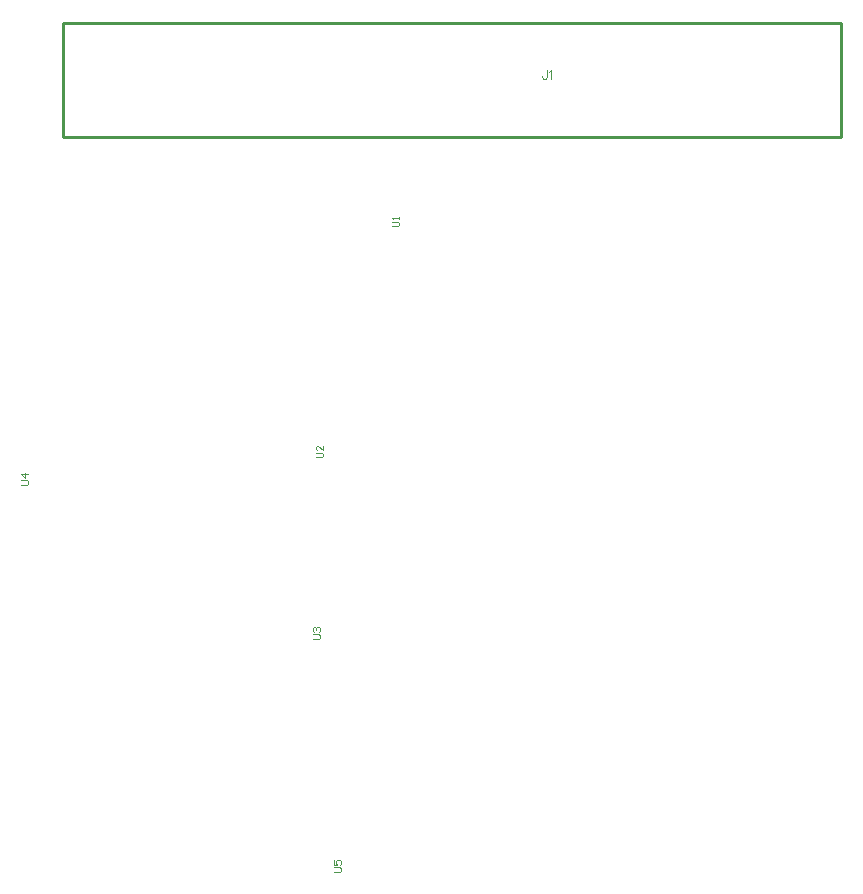
<source format=gm1>
G04 Layer_Color=16711935*
%FSLAX42Y42*%
%MOMM*%
G71*
G01*
G75*
%ADD30C,0.25*%
%ADD78C,0.10*%
%ADD79C,0.08*%
D30*
X1264Y8234D02*
Y9202D01*
Y8234D02*
X7856D01*
Y9202D01*
X1264D02*
X7856D01*
D78*
X4050Y7480D02*
X4100D01*
X4110Y7490D01*
Y7510D01*
X4100Y7520D01*
X4050D01*
X4110Y7540D02*
Y7560D01*
Y7550D01*
X4050D01*
X4060Y7540D01*
X3410Y5524D02*
X3460D01*
X3470Y5534D01*
Y5554D01*
X3460Y5564D01*
X3410D01*
X3470Y5624D02*
Y5584D01*
X3430Y5624D01*
X3420D01*
X3410Y5614D01*
Y5594D01*
X3420Y5584D01*
X3382Y3985D02*
X3432D01*
X3442Y3995D01*
Y4015D01*
X3432Y4025D01*
X3382D01*
X3392Y4045D02*
X3382Y4055D01*
Y4075D01*
X3392Y4085D01*
X3402D01*
X3412Y4075D01*
Y4065D01*
Y4075D01*
X3422Y4085D01*
X3432D01*
X3442Y4075D01*
Y4055D01*
X3432Y4045D01*
X3560Y2012D02*
X3610D01*
X3619Y2022D01*
Y2042D01*
X3610Y2052D01*
X3560D01*
Y2112D02*
Y2072D01*
X3590D01*
X3580Y2092D01*
Y2102D01*
X3590Y2112D01*
X3610D01*
X3619Y2102D01*
Y2082D01*
X3610Y2072D01*
X913Y5292D02*
X963D01*
X973Y5302D01*
Y5322D01*
X963Y5332D01*
X913D01*
X973Y5382D02*
X913D01*
X943Y5352D01*
Y5392D01*
D79*
X5362Y8804D02*
Y8746D01*
X5359Y8735D01*
X5355Y8731D01*
X5348Y8728D01*
X5341D01*
X5333Y8731D01*
X5330Y8735D01*
X5326Y8746D01*
Y8753D01*
X5382Y8789D02*
X5389Y8793D01*
X5400Y8804D01*
Y8728D01*
M02*

</source>
